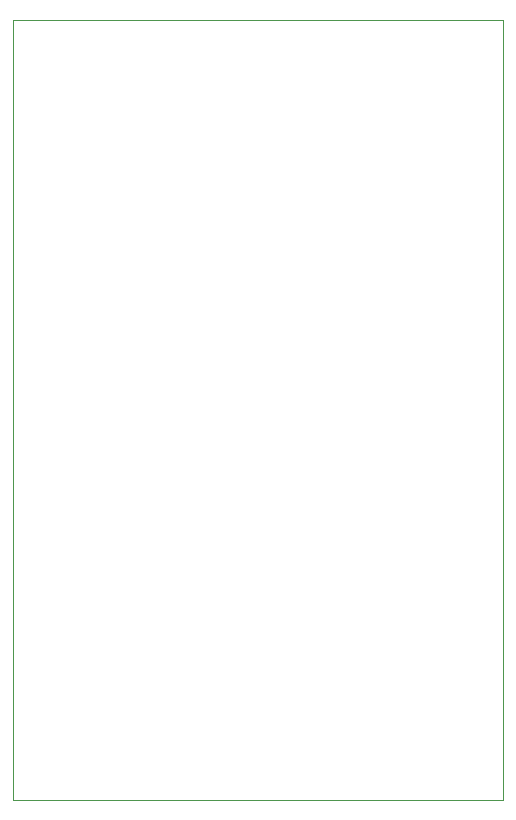
<source format=gbr>
%TF.GenerationSoftware,KiCad,Pcbnew,7.0.10+dfsg-1*%
%TF.CreationDate,2024-01-21T16:37:02+01:00*%
%TF.ProjectId,picoswitch,7069636f-7377-4697-9463-682e6b696361,rev?*%
%TF.SameCoordinates,Original*%
%TF.FileFunction,Profile,NP*%
%FSLAX46Y46*%
G04 Gerber Fmt 4.6, Leading zero omitted, Abs format (unit mm)*
G04 Created by KiCad (PCBNEW 7.0.10+dfsg-1) date 2024-01-21 16:37:02*
%MOMM*%
%LPD*%
G01*
G04 APERTURE LIST*
%TA.AperFunction,Profile*%
%ADD10C,0.100000*%
%TD*%
G04 APERTURE END LIST*
D10*
X124500000Y-58500000D02*
X166000000Y-58500000D01*
X166000000Y-124500000D01*
X124500000Y-124500000D01*
X124500000Y-58500000D01*
M02*

</source>
